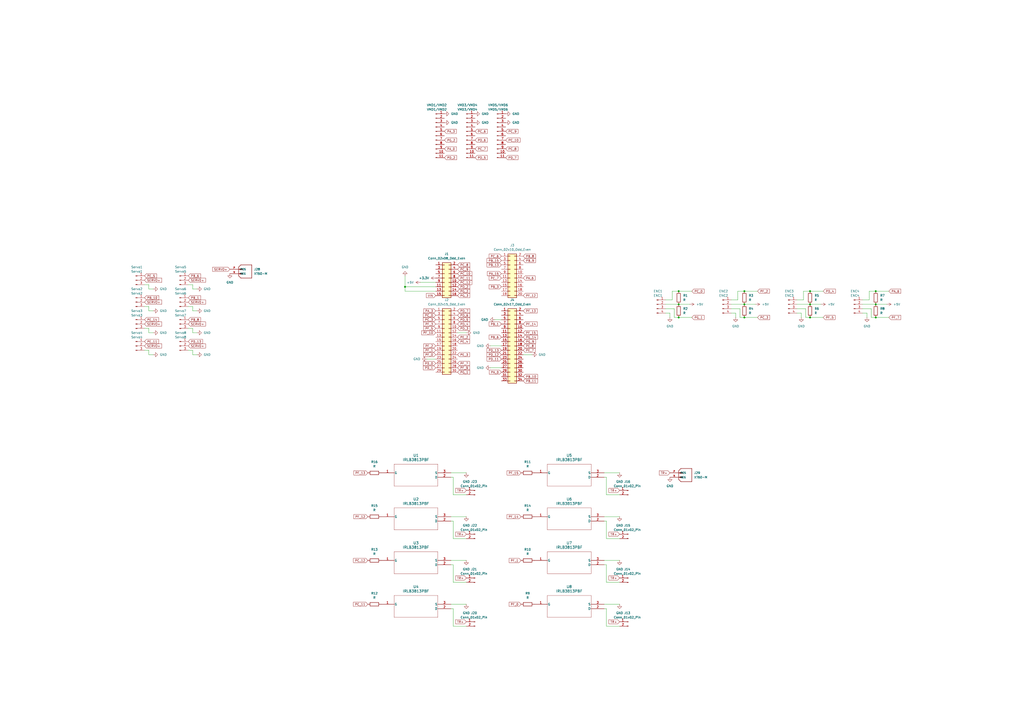
<source format=kicad_sch>
(kicad_sch (version 20250114) (generator "eeschema") (generator_version "9.0")
  (paper "A2")
  (junction (at 431.8 184.15))
  (junction (at 508 176.53))
  (junction (at 508 184.15))
  (junction (at 469.9 168.91))
  (junction (at 508 168.91))
  (junction (at 431.8 176.53))
  (junction (at 469.9 176.53))
  (junction (at 393.7 168.91))
  (junction (at 431.8 168.91))
  (junction (at 469.9 184.15))
  (junction (at 393.7 184.15))
  (junction (at 234.95 166.37))
  (junction (at 393.7 176.53))
  (wire (pts (xy 427.99 168.91) (xy 431.8 168.91)))
  (wire (pts (xy 111.76 190.5) (xy 111.76 193.04)))
  (wire (pts (xy 466.09 173.99) (xy 466.09 168.91)))
  (wire (pts (xy 83.82 190.5) (xy 86.36 190.5)))
  (wire (pts (xy 424.18 181.61) (xy 426.72 181.61)))
  (wire (pts (xy 351.79 302.26) (xy 351.79 312.42)))
  (wire (pts (xy 284.48 200.66) (xy 290.83 200.66)))
  (wire (pts (xy 389.89 168.91) (xy 393.7 168.91)))
  (wire (pts (xy 505.46 184.15) (xy 508 184.15)))
  (wire (pts (xy 243.84 163.83) (xy 252.73 163.83)))
  (wire (pts (xy 111.76 165.1) (xy 111.76 167.64)))
  (wire (pts (xy 350.52 302.26) (xy 351.79 302.26)))
  (wire (pts (xy 86.36 193.04) (xy 88.9 193.04)))
  (wire (pts (xy 86.36 203.2) (xy 86.36 205.74)))
  (wire (pts (xy 247.65 208.28) (xy 252.73 208.28)))
  (wire (pts (xy 424.18 179.07) (xy 429.26 179.07)))
  (wire (pts (xy 393.7 184.15) (xy 401.32 184.15)))
  (wire (pts (xy 262.89 327.66) (xy 262.89 337.82)))
  (wire (pts (xy 109.22 190.5) (xy 111.76 190.5)))
  (wire (pts (xy 429.26 184.15) (xy 431.8 184.15)))
  (wire (pts (xy 287.02 185.42) (xy 290.83 185.42)))
  (wire (pts (xy 386.08 176.53) (xy 393.7 176.53)))
  (wire (pts (xy 502.92 181.61) (xy 502.92 184.15)))
  (wire (pts (xy 351.79 287.02) (xy 359.41 287.02)))
  (wire (pts (xy 467.36 184.15) (xy 469.9 184.15)))
  (wire (pts (xy 391.16 179.07) (xy 391.16 184.15)))
  (wire (pts (xy 303.53 205.74) (xy 308.61 205.74)))
  (wire (pts (xy 351.79 353.06) (xy 351.79 363.22)))
  (wire (pts (xy 508 184.15) (xy 515.62 184.15)))
  (wire (pts (xy 389.89 173.99) (xy 389.89 168.91)))
  (wire (pts (xy 83.82 177.8) (xy 86.36 177.8)))
  (wire (pts (xy 109.22 203.2) (xy 111.76 203.2)))
  (wire (pts (xy 86.36 180.34) (xy 88.9 180.34)))
  (wire (pts (xy 83.82 165.1) (xy 86.36 165.1)))
  (wire (pts (xy 350.52 276.86) (xy 351.79 276.86)))
  (wire (pts (xy 261.62 350.52) (xy 270.51 350.52)))
  (wire (pts (xy 261.62 353.06) (xy 262.89 353.06)))
  (wire (pts (xy 83.82 203.2) (xy 86.36 203.2)))
  (wire (pts (xy 262.89 337.82) (xy 270.51 337.82)))
  (wire (pts (xy 350.52 299.72) (xy 359.41 299.72)))
  (wire (pts (xy 351.79 312.42) (xy 359.41 312.42)))
  (wire (pts (xy 350.52 274.32) (xy 359.41 274.32)))
  (wire (pts (xy 462.28 173.99) (xy 466.09 173.99)))
  (wire (pts (xy 386.08 173.99) (xy 389.89 173.99)))
  (wire (pts (xy 427.99 173.99) (xy 427.99 168.91)))
  (wire (pts (xy 252.73 168.91) (xy 234.95 168.91)))
  (wire (pts (xy 262.89 302.26) (xy 262.89 312.42)))
  (wire (pts (xy 111.76 180.34) (xy 114.3 180.34)))
  (wire (pts (xy 469.9 184.15) (xy 477.52 184.15)))
  (wire (pts (xy 284.48 213.36) (xy 290.83 213.36)))
  (wire (pts (xy 109.22 165.1) (xy 111.76 165.1)))
  (wire (pts (xy 504.19 168.91) (xy 508 168.91)))
  (wire (pts (xy 429.26 179.07) (xy 429.26 184.15)))
  (wire (pts (xy 424.18 176.53) (xy 431.8 176.53)))
  (wire (pts (xy 464.82 181.61) (xy 464.82 184.15)))
  (wire (pts (xy 500.38 173.99) (xy 504.19 173.99)))
  (wire (pts (xy 261.62 276.86) (xy 262.89 276.86)))
  (wire (pts (xy 469.9 176.53) (xy 476.25 176.53)))
  (wire (pts (xy 262.89 276.86) (xy 262.89 287.02)))
  (wire (pts (xy 111.76 167.64) (xy 114.3 167.64)))
  (wire (pts (xy 350.52 327.66) (xy 351.79 327.66)))
  (wire (pts (xy 111.76 205.74) (xy 114.3 205.74)))
  (wire (pts (xy 261.62 302.26) (xy 262.89 302.26)))
  (wire (pts (xy 351.79 327.66) (xy 351.79 337.82)))
  (wire (pts (xy 86.36 205.74) (xy 88.9 205.74)))
  (wire (pts (xy 351.79 276.86) (xy 351.79 287.02)))
  (wire (pts (xy 431.8 168.91) (xy 439.42 168.91)))
  (wire (pts (xy 261.62 325.12) (xy 270.51 325.12)))
  (wire (pts (xy 508 176.53) (xy 514.35 176.53)))
  (wire (pts (xy 426.72 181.61) (xy 426.72 184.15)))
  (wire (pts (xy 265.43 193.04) (xy 270.51 193.04)))
  (wire (pts (xy 86.36 190.5) (xy 86.36 193.04)))
  (wire (pts (xy 393.7 176.53) (xy 400.05 176.53)))
  (wire (pts (xy 467.36 179.07) (xy 467.36 184.15)))
  (wire (pts (xy 109.22 177.8) (xy 111.76 177.8)))
  (wire (pts (xy 462.28 179.07) (xy 467.36 179.07)))
  (wire (pts (xy 86.36 165.1) (xy 86.36 167.64)))
  (wire (pts (xy 462.28 176.53) (xy 469.9 176.53)))
  (wire (pts (xy 261.62 327.66) (xy 262.89 327.66)))
  (wire (pts (xy 86.36 177.8) (xy 86.36 180.34)))
  (wire (pts (xy 111.76 203.2) (xy 111.76 205.74)))
  (wire (pts (xy 388.62 181.61) (xy 388.62 184.15)))
  (wire (pts (xy 262.89 353.06) (xy 262.89 363.22)))
  (wire (pts (xy 508 168.91) (xy 515.62 168.91)))
  (wire (pts (xy 261.62 299.72) (xy 270.51 299.72)))
  (wire (pts (xy 431.8 184.15) (xy 439.42 184.15)))
  (wire (pts (xy 505.46 179.07) (xy 505.46 184.15)))
  (wire (pts (xy 462.28 181.61) (xy 464.82 181.61)))
  (wire (pts (xy 350.52 325.12) (xy 359.41 325.12)))
  (wire (pts (xy 431.8 176.53) (xy 438.15 176.53)))
  (wire (pts (xy 234.95 160.02) (xy 234.95 166.37)))
  (wire (pts (xy 262.89 312.42) (xy 270.51 312.42)))
  (wire (pts (xy 466.09 168.91) (xy 469.9 168.91)))
  (wire (pts (xy 350.52 353.06) (xy 351.79 353.06)))
  (wire (pts (xy 86.36 167.64) (xy 88.9 167.64)))
  (wire (pts (xy 500.38 179.07) (xy 505.46 179.07)))
  (wire (pts (xy 351.79 337.82) (xy 359.41 337.82)))
  (wire (pts (xy 386.08 181.61) (xy 388.62 181.61)))
  (wire (pts (xy 262.89 363.22) (xy 270.51 363.22)))
  (wire (pts (xy 504.19 173.99) (xy 504.19 168.91)))
  (wire (pts (xy 350.52 350.52) (xy 359.41 350.52)))
  (wire (pts (xy 111.76 193.04) (xy 114.3 193.04)))
  (wire (pts (xy 424.18 173.99) (xy 427.99 173.99)))
  (wire (pts (xy 386.08 179.07) (xy 391.16 179.07)))
  (wire (pts (xy 234.95 166.37) (xy 252.73 166.37)))
  (wire (pts (xy 261.62 274.32) (xy 270.51 274.32)))
  (wire (pts (xy 111.76 177.8) (xy 111.76 180.34)))
  (wire (pts (xy 262.89 287.02) (xy 270.51 287.02)))
  (wire (pts (xy 500.38 181.61) (xy 502.92 181.61)))
  (wire (pts (xy 351.79 363.22) (xy 359.41 363.22)))
  (wire (pts (xy 391.16 184.15) (xy 393.7 184.15)))
  (wire (pts (xy 500.38 176.53) (xy 508 176.53)))
  (wire (pts (xy 234.95 166.37) (xy 234.95 168.91)))
  (wire (pts (xy 393.7 168.91) (xy 401.32 168.91)))
  (wire (pts (xy 469.9 168.91) (xy 477.52 168.91)))
  (global_label "PB_15" (shape input) (at 290.83 151.13 180) (property "Intersheetrefs" "${INTERSHEET_REFS}" (effects (hide yes))))
  (global_label "PF_0" (shape input) (at 252.73 205.74 180) (property "Intersheetrefs" "${INTERSHEET_REFS}" (effects (hide yes))))
  (global_label "PC_10" (shape input) (at 265.43 158.75 0) (property "Intersheetrefs" "${INTERSHEET_REFS}" (effects (hide yes))))
  (global_label "PB_6" (shape input) (at 109.22 160.02 0) (property "Intersheetrefs" "${INTERSHEET_REFS}" (effects (hide yes))))
  (global_label "PD_6" (shape input) (at 275.59 81.28 0) (property "Intersheetrefs" "${INTERSHEET_REFS}" (effects (hide yes))))
  (global_label "PF_15" (shape input) (at 303.53 193.04 0) (property "Intersheetrefs" "${INTERSHEET_REFS}" (effects (hide yes))))
  (global_label "PC_7" (shape input) (at 290.83 161.29 180) (property "Intersheetrefs" "${INTERSHEET_REFS}" (effects (hide yes))))
  (global_label "PA_3" (shape input) (at 252.73 180.34 180) (property "Intersheetrefs" "${INTERSHEET_REFS}" (effects (hide yes))))
  (global_label "TR+" (shape input) (at 270.51 284.48 180) (property "Intersheetrefs" "${INTERSHEET_REFS}" (effects (hide yes))))
  (global_label "PE_14" (shape input) (at 83.82 185.42 0) (property "Intersheetrefs" "${INTERSHEET_REFS}" (effects (hide yes))))
  (global_label "SERVO+" (shape input) (at 109.22 162.56 0) (property "Intersheetrefs" "${INTERSHEET_REFS}" (effects (hide yes))))
  (global_label "TR+" (shape input) (at 359.41 309.88 180) (property "Intersheetrefs" "${INTERSHEET_REFS}" (effects (hide yes))))
  (global_label "SERVO+" (shape input) (at 83.82 175.26 0) (property "Intersheetrefs" "${INTERSHEET_REFS}" (effects (hide yes))))
  (global_label "PB_6" (shape input) (at 290.83 195.58 180) (property "Intersheetrefs" "${INTERSHEET_REFS}" (effects (hide yes))))
  (global_label "PB_1" (shape input) (at 109.22 172.72 0) (property "Intersheetrefs" "${INTERSHEET_REFS}" (effects (hide yes))))
  (global_label "PA_6" (shape input) (at 303.53 161.29 0) (property "Intersheetrefs" "${INTERSHEET_REFS}" (effects (hide yes))))
  (global_label "PD_1" (shape input) (at 252.73 213.36 180) (property "Intersheetrefs" "${INTERSHEET_REFS}" (effects (hide yes))))
  (global_label "PF_13" (shape input) (at 213.36 274.32 180) (property "Intersheetrefs" "${INTERSHEET_REFS}" (effects (hide yes))))
  (global_label "PC_9" (shape input) (at 293.37 76.2 0) (property "Intersheetrefs" "${INTERSHEET_REFS}" (effects (hide yes))))
  (global_label "PG_1" (shape input) (at 265.43 215.9 0) (property "Intersheetrefs" "${INTERSHEET_REFS}" (effects (hide yes))))
  (global_label "PG_2" (shape input) (at 257.81 81.28 0) (property "Intersheetrefs" "${INTERSHEET_REFS}" (effects (hide yes))))
  (global_label "PC_8" (shape input) (at 293.37 86.36 0) (property "Intersheetrefs" "${INTERSHEET_REFS}" (effects (hide yes))))
  (global_label "PE_8" (shape input) (at 303.53 200.66 0) (property "Intersheetrefs" "${INTERSHEET_REFS}" (effects (hide yes))))
  (global_label "PC_8" (shape input) (at 265.43 153.67 0) (property "Intersheetrefs" "${INTERSHEET_REFS}" (effects (hide yes))))
  (global_label "PF_12" (shape input) (at 303.53 171.45 0) (property "Intersheetrefs" "${INTERSHEET_REFS}" (effects (hide yes))))
  (global_label "PE_4" (shape input) (at 265.43 198.12 0) (property "Intersheetrefs" "${INTERSHEET_REFS}" (effects (hide yes))))
  (global_label "PB_1" (shape input) (at 290.83 187.96 180) (property "Intersheetrefs" "${INTERSHEET_REFS}" (effects (hide yes))))
  (global_label "VIN" (shape input) (at 252.73 171.45 180) (property "Intersheetrefs" "${INTERSHEET_REFS}" (effects (hide yes))))
  (global_label "PE_5" (shape input) (at 83.82 160.02 0) (property "Intersheetrefs" "${INTERSHEET_REFS}" (effects (hide yes))))
  (global_label "PF_14" (shape input) (at 303.53 187.96 0) (property "Intersheetrefs" "${INTERSHEET_REFS}" (effects (hide yes))))
  (global_label "PF_13" (shape input) (at 303.53 180.34 0) (property "Intersheetrefs" "${INTERSHEET_REFS}" (effects (hide yes))))
  (global_label "PF_1" (shape input) (at 302.26 325.12 180) (property "Intersheetrefs" "${INTERSHEET_REFS}" (effects (hide yes))))
  (global_label "PB_10" (shape input) (at 303.53 218.44 0) (property "Intersheetrefs" "${INTERSHEET_REFS}" (effects (hide yes))))
  (global_label "PD_11" (shape input) (at 290.83 208.28 180) (property "Intersheetrefs" "${INTERSHEET_REFS}" (effects (hide yes))))
  (global_label "PA_3" (shape input) (at 257.81 76.2 0) (property "Intersheetrefs" "${INTERSHEET_REFS}" (effects (hide yes))))
  (global_label "PC_12" (shape input) (at 213.36 325.12 180) (property "Intersheetrefs" "${INTERSHEET_REFS}" (effects (hide yes))))
  (global_label "PD_4" (shape input) (at 265.43 187.96 0) (property "Intersheetrefs" "${INTERSHEET_REFS}" (effects (hide yes))))
  (global_label "PF_7" (shape input) (at 515.62 184.15 0) (property "Intersheetrefs" "${INTERSHEET_REFS}" (effects (hide yes))))
  (global_label "TR+" (shape input) (at 270.51 360.68 180) (property "Intersheetrefs" "${INTERSHEET_REFS}" (effects (hide yes))))
  (global_label "PA_0" (shape input) (at 290.83 215.9 180) (property "Intersheetrefs" "${INTERSHEET_REFS}" (effects (hide yes))))
  (global_label "PF_1" (shape input) (at 252.73 203.2 180) (property "Intersheetrefs" "${INTERSHEET_REFS}" (effects (hide yes))))
  (global_label "SERVO+" (shape input) (at 83.82 162.56 0) (property "Intersheetrefs" "${INTERSHEET_REFS}" (effects (hide yes))))
  (global_label "SERVO+" (shape input) (at 83.82 200.66 0) (property "Intersheetrefs" "${INTERSHEET_REFS}" (effects (hide yes))))
  (global_label "PG_2" (shape input) (at 265.43 168.91 0) (property "Intersheetrefs" "${INTERSHEET_REFS}" (effects (hide yes))))
  (global_label "PC_6" (shape input) (at 290.83 148.59 180) (property "Intersheetrefs" "${INTERSHEET_REFS}" (effects (hide yes))))
  (global_label "PC_6" (shape input) (at 275.59 76.2 0) (property "Intersheetrefs" "${INTERSHEET_REFS}" (effects (hide yes))))
  (global_label "PF_5" (shape input) (at 252.73 190.5 180) (property "Intersheetrefs" "${INTERSHEET_REFS}" (effects (hide yes))))
  (global_label "TR+" (shape input) (at 359.41 335.28 180) (property "Intersheetrefs" "${INTERSHEET_REFS}" (effects (hide yes))))
  (global_label "PF_15" (shape input) (at 302.26 274.32 180) (property "Intersheetrefs" "${INTERSHEET_REFS}" (effects (hide yes))))
  (global_label "PA_15" (shape input) (at 290.83 158.75 180) (property "Intersheetrefs" "${INTERSHEET_REFS}" (effects (hide yes))))
  (global_label "PF_2" (shape input) (at 439.42 168.91 0) (property "Intersheetrefs" "${INTERSHEET_REFS}" (effects (hide yes))))
  (global_label "PD_2" (shape input) (at 257.81 91.44 0) (property "Intersheetrefs" "${INTERSHEET_REFS}" (effects (hide yes))))
  (global_label "PE_2" (shape input) (at 265.43 195.58 0) (property "Intersheetrefs" "${INTERSHEET_REFS}" (effects (hide yes))))
  (global_label "PF_10" (shape input) (at 252.73 193.04 180) (property "Intersheetrefs" "${INTERSHEET_REFS}" (effects (hide yes))))
  (global_label "PC_3" (shape input) (at 252.73 185.42 180) (property "Intersheetrefs" "${INTERSHEET_REFS}" (effects (hide yes))))
  (global_label "PG_1" (shape input) (at 401.32 184.15 0) (property "Intersheetrefs" "${INTERSHEET_REFS}" (effects (hide yes))))
  (global_label "PE_11" (shape input) (at 83.82 198.12 0) (property "Intersheetrefs" "${INTERSHEET_REFS}" (effects (hide yes))))
  (global_label "PG_14" (shape input) (at 303.53 195.58 0) (property "Intersheetrefs" "${INTERSHEET_REFS}" (effects (hide yes))))
  (global_label "TR+" (shape input) (at 270.51 309.88 180) (property "Intersheetrefs" "${INTERSHEET_REFS}" (effects (hide yes))))
  (global_label "PC_3" (shape input) (at 439.42 184.15 0) (property "Intersheetrefs" "${INTERSHEET_REFS}" (effects (hide yes))))
  (global_label "SERVO+" (shape input) (at 133.35 156.21 180) (property "Intersheetrefs" "${INTERSHEET_REFS}" (effects (hide yes))))
  (global_label "PC_12" (shape input) (at 265.43 163.83 0) (property "Intersheetrefs" "${INTERSHEET_REFS}" (effects (hide yes))))
  (global_label "PB_8" (shape input) (at 109.22 185.42 0) (property "Intersheetrefs" "${INTERSHEET_REFS}" (effects (hide yes))))
  (global_label "PF_12" (shape input) (at 213.36 299.72 180) (property "Intersheetrefs" "${INTERSHEET_REFS}" (effects (hide yes))))
  (global_label "PD_12" (shape input) (at 290.83 205.74 180) (property "Intersheetrefs" "${INTERSHEET_REFS}" (effects (hide yes))))
  (global_label "SERVO+" (shape input) (at 109.22 175.26 0) (property "Intersheetrefs" "${INTERSHEET_REFS}" (effects (hide yes))))
  (global_label "PA_6" (shape input) (at 515.62 168.91 0) (property "Intersheetrefs" "${INTERSHEET_REFS}" (effects (hide yes))))
  (global_label "TR+" (shape input) (at 270.51 335.28 180) (property "Intersheetrefs" "${INTERSHEET_REFS}" (effects (hide yes))))
  (global_label "PD_5" (shape input) (at 265.43 185.42 0) (property "Intersheetrefs" "${INTERSHEET_REFS}" (effects (hide yes))))
  (global_label "PF_5" (shape input) (at 477.52 184.15 0) (property "Intersheetrefs" "${INTERSHEET_REFS}" (effects (hide yes))))
  (global_label "PD_7" (shape input) (at 293.37 91.44 0) (property "Intersheetrefs" "${INTERSHEET_REFS}" (effects (hide yes))))
  (global_label "PD_7" (shape input) (at 265.43 180.34 0) (property "Intersheetrefs" "${INTERSHEET_REFS}" (effects (hide yes))))
  (global_label "PB_13" (shape input) (at 290.83 153.67 180) (property "Intersheetrefs" "${INTERSHEET_REFS}" (effects (hide yes))))
  (global_label "PB_3" (shape input) (at 290.83 166.37 180) (property "Intersheetrefs" "${INTERSHEET_REFS}" (effects (hide yes))))
  (global_label "TR+" (shape input) (at 388.62 274.32 180) (property "Intersheetrefs" "${INTERSHEET_REFS}" (effects (hide yes))))
  (global_label "PC_9" (shape input) (at 265.43 156.21 0) (property "Intersheetrefs" "${INTERSHEET_REFS}" (effects (hide yes))))
  (global_label "PB_11" (shape input) (at 303.53 220.98 0) (property "Intersheetrefs" "${INTERSHEET_REFS}" (effects (hide yes))))
  (global_label "PD_13" (shape input) (at 109.22 198.12 0) (property "Intersheetrefs" "${INTERSHEET_REFS}" (effects (hide yes))))
  (global_label "PF_9" (shape input) (at 265.43 213.36 0) (property "Intersheetrefs" "${INTERSHEET_REFS}" (effects (hide yes))))
  (global_label "PD_2" (shape input) (at 265.43 166.37 0) (property "Intersheetrefs" "${INTERSHEET_REFS}" (effects (hide yes))))
  (global_label "PF_0" (shape input) (at 302.26 350.52 180) (property "Intersheetrefs" "${INTERSHEET_REFS}" (effects (hide yes))))
  (global_label "PF_7" (shape input) (at 265.43 210.82 0) (property "Intersheetrefs" "${INTERSHEET_REFS}" (effects (hide yes))))
  (global_label "PC_0" (shape input) (at 252.73 182.88 180) (property "Intersheetrefs" "${INTERSHEET_REFS}" (effects (hide yes))))
  (global_label "PF_2" (shape input) (at 252.73 200.66 180) (property "Intersheetrefs" "${INTERSHEET_REFS}" (effects (hide yes))))
  (global_label "PE_7" (shape input) (at 303.53 203.2 0) (property "Intersheetrefs" "${INTERSHEET_REFS}" (effects (hide yes))))
  (global_label "PD_5" (shape input) (at 275.59 91.44 0) (property "Intersheetrefs" "${INTERSHEET_REFS}" (effects (hide yes))))
  (global_label "SERVO+" (shape input) (at 109.22 200.66 0) (property "Intersheetrefs" "${INTERSHEET_REFS}" (effects (hide yes))))
  (global_label "SERVO+" (shape input) (at 109.22 187.96 0) (property "Intersheetrefs" "${INTERSHEET_REFS}" (effects (hide yes))))
  (global_label "PG_3" (shape input) (at 265.43 171.45 0) (property "Intersheetrefs" "${INTERSHEET_REFS}" (effects (hide yes))))
  (global_label "PA_0" (shape input) (at 257.81 86.36 0) (property "Intersheetrefs" "${INTERSHEET_REFS}" (effects (hide yes))))
  (global_label "PD_3" (shape input) (at 265.43 190.5 0) (property "Intersheetrefs" "${INTERSHEET_REFS}" (effects (hide yes))))
  (global_label "TR+" (shape input) (at 359.41 284.48 180) (property "Intersheetrefs" "${INTERSHEET_REFS}" (effects (hide yes))))
  (global_label "PC_0" (shape input) (at 401.32 168.91 0) (property "Intersheetrefs" "${INTERSHEET_REFS}" (effects (hide yes))))
  (global_label "PC_7" (shape input) (at 275.59 86.36 0) (property "Intersheetrefs" "${INTERSHEET_REFS}" (effects (hide yes))))
  (global_label "PB_9" (shape input) (at 303.53 151.13 0) (property "Intersheetrefs" "${INTERSHEET_REFS}" (effects (hide yes))))
  (global_label "TR+" (shape input) (at 359.41 360.68 180) (property "Intersheetrefs" "${INTERSHEET_REFS}" (effects (hide yes))))
  (global_label "PD_13" (shape input) (at 290.83 203.2 180) (property "Intersheetrefs" "${INTERSHEET_REFS}" (effects (hide yes))))
  (global_label "PB_8" (shape input) (at 303.53 148.59 0) (property "Intersheetrefs" "${INTERSHEET_REFS}" (effects (hide yes))))
  (global_label "PD_0" (shape input) (at 252.73 210.82 180) (property "Intersheetrefs" "${INTERSHEET_REFS}" (effects (hide yes))))
  (global_label "PD_4" (shape input) (at 477.52 168.91 0) (property "Intersheetrefs" "${INTERSHEET_REFS}" (effects (hide yes))))
  (global_label "PC_11" (shape input) (at 265.43 161.29 0) (property "Intersheetrefs" "${INTERSHEET_REFS}" (effects (hide yes))))
  (global_label "PC_11" (shape input) (at 213.36 350.52 180) (property "Intersheetrefs" "${INTERSHEET_REFS}" (effects (hide yes))))
  (global_label "PE_3" (shape input) (at 265.43 205.74 0) (property "Intersheetrefs" "${INTERSHEET_REFS}" (effects (hide yes))))
  (global_label "PF_3" (shape input) (at 252.73 187.96 180) (property "Intersheetrefs" "${INTERSHEET_REFS}" (effects (hide yes))))
  (global_label "PC_10" (shape input) (at 293.37 81.28 0) (property "Intersheetrefs" "${INTERSHEET_REFS}" (effects (hide yes))))
  (global_label "PG_9" (shape input) (at 303.53 198.12 0) (property "Intersheetrefs" "${INTERSHEET_REFS}" (effects (hide yes))))
  (global_label "PB_10" (shape input) (at 83.82 172.72 0) (property "Intersheetrefs" "${INTERSHEET_REFS}" (effects (hide yes))))
  (global_label "PD_6" (shape input) (at 265.43 182.88 0) (property "Intersheetrefs" "${INTERSHEET_REFS}" (effects (hide yes))))
  (global_label "SERVO+" (shape input) (at 83.82 187.96 0) (property "Intersheetrefs" "${INTERSHEET_REFS}" (effects (hide yes))))
  (global_label "PF_14" (shape input) (at 302.26 299.72 180) (property "Intersheetrefs" "${INTERSHEET_REFS}" (effects (hide yes))))
  (symbol (lib_id "power:GND") (at 88.9 167.64 90) (unit 1)
    (property "Reference" "#PWR031" (effects (hide yes)))
    (property "Value" "GND" (at 92.71 167.6399 90) (effects (justify right)))
    (property "Description" "Power symbol creates a global label with name \"GND\" , ground" (effects (hide yes)))
  )
  (symbol (lib_id "power:GND") (at 275.59 71.12 90) (unit 1)
    (property "Reference" "#PWR013" (effects (hide yes)))
    (property "Value" "GND" (at 279.4 71.1199 90) (effects (justify right)))
    (property "Description" "Power symbol creates a global label with name \"GND\" , ground" (effects (hide yes)))
  )
  (symbol (lib_id "Connector:Conn_01x04_Pin") (at 495.3 176.53 0) (unit 1)
    (property "Reference" "ENC4" (at 495.935 168.91 0))
    (property "Value" "ENC4" (at 495.935 171.45 0))
    (property "Footprint" "Connector_PinHeader_2.54mm:PinHeader_1x04_P2.54mm_Vertical" (effects (hide yes)))
    (property "Description" "Generic connector, single row, 01x04, script generated" (effects (hide yes)))
  )
  (symbol (lib_id "power:GND") (at 114.3 180.34 90) (unit 1)
    (property "Reference" "#PWR024" (effects (hide yes)))
    (property "Value" "GND" (at 118.11 180.3399 90) (effects (justify right)))
    (property "Description" "Power symbol creates a global label with name \"GND\" , ground" (effects (hide yes)))
  )
  (symbol (lib_id "power:GND") (at 270.51 193.04 90) (unit 1)
    (property "Reference" "#PWR04" (effects (hide yes)))
    (property "Value" "GND" (at 274.32 193.0399 90) (effects (justify right)))
    (property "Description" "Power symbol creates a global label with name \"GND\" , ground" (effects (hide yes)))
  )
  (symbol (lib_id "power:GND") (at 133.35 158.75 0) (unit 1)
    (property "Reference" "#PWR040" (effects (hide yes)))
    (property "Value" "GND" (at 133.35 163.83 0))
    (property "Description" "Power symbol creates a global label with name \"GND\" , ground" (effects (hide yes)))
  )
  (symbol (lib_id "power:GND") (at 284.48 213.36 270) (unit 1)
    (property "Reference" "#PWR09" (effects (hide yes)))
    (property "Value" "GND" (at 280.67 213.3599 90) (effects (justify right)))
    (property "Description" "Power symbol creates a global label with name \"GND\" , ground" (effects (hide yes)))
  )
  (symbol (lib_id "Connector:Conn_01x02_Pin") (at 275.59 335.28 0) (mirror y) (unit 1)
    (property "Reference" "J21" (at 274.955 330.2 0))
    (property "Value" "Conn_01x02_Pin" (at 274.955 332.74 0))
    (property "Footprint" "Connector_PinHeader_2.54mm:PinHeader_1x02_P2.54mm_Vertical" (effects (hide yes)))
    (property "Description" "Generic connector, single row, 01x02, script generated" (effects (hide yes)))
  )
  (symbol (lib_id "Device:R") (at 306.07 325.12 270) (unit 1)
    (property "Reference" "R10" (at 306.07 318.77 90))
    (property "Value" "R" (at 306.07 321.31 90))
    (property "Footprint" "Resistor_THT:R_Axial_DIN0207_L6.3mm_D2.5mm_P10.16mm_Horizontal" (effects (hide yes)))
    (property "Description" "Resistor" (effects (hide yes)))
  )
  (symbol (lib_id "Connector:Conn_01x11_Pin") (at 288.29 78.74 0) (unit 1)
    (property "Reference" "VMD5/VMD6" (at 288.925 60.96 0))
    (property "Value" "VMD5/VMD6" (at 288.925 63.5 0))
    (property "Footprint" "Connector_PinHeader_2.54mm:PinHeader_1x11_P2.54mm_Vertical" (effects (hide yes)))
    (property "Description" "Generic connector, single row, 01x11, script generated" (effects (hide yes)))
  )
  (symbol (lib_id "power:GND") (at 257.81 71.12 90) (unit 1)
    (property "Reference" "#PWR011" (effects (hide yes)))
    (property "Value" "GND" (at 261.62 71.1199 90) (effects (justify right)))
    (property "Description" "Power symbol creates a global label with name \"GND\" , ground" (effects (hide yes)))
  )
  (symbol (lib_id "power:GND") (at 293.37 71.12 90) (unit 1)
    (property "Reference" "#PWR015" (effects (hide yes)))
    (property "Value" "GND" (at 297.18 71.1199 90) (effects (justify right)))
    (property "Description" "Power symbol creates a global label with name \"GND\" , ground" (effects (hide yes)))
  )
  (symbol (lib_id "power:GND") (at 270.51 274.32 0) (unit 1)
    (property "Reference" "#PWR039" (effects (hide yes)))
    (property "Value" "GND" (at 270.51 279.4 0))
    (property "Description" "Power symbol creates a global label with name \"GND\" , ground" (effects (hide yes)))
  )
  (symbol (lib_id "power:GND") (at 388.62 276.86 0) (unit 1)
    (property "Reference" "#PWR041" (effects (hide yes)))
    (property "Value" "GND" (at 388.62 281.94 0))
    (property "Description" "Power symbol creates a global label with name \"GND\" , ground" (effects (hide yes)))
  )
  (symbol (lib_id "2025-03-07_17-55-51:IRLB3813PBF") (at 309.88 274.32 0) (unit 1)
    (property "Reference" "U5" (at 330.2 264.16 0) (effects (font (size 1.524 1.524))))
    (property "Value" "IRLB3813PBF" (at 330.2 266.7 0) (effects (font (size 1.524 1.524))))
    (property "Footprint" "footprints:PG-TO220-3_INF" (effects (hide yes)))
    (property "Datasheet" "IRLB3813PBF" (effects (hide yes)))
  )
  (symbol (lib_id "Connector:Conn_01x02_Pin") (at 275.59 309.88 0) (mirror y) (unit 1)
    (property "Reference" "J22" (at 274.955 304.8 0))
    (property "Value" "Conn_01x02_Pin" (at 274.955 307.34 0))
    (property "Footprint" "Connector_PinHeader_2.54mm:PinHeader_1x02_P2.54mm_Vertical" (effects (hide yes)))
    (property "Description" "Generic connector, single row, 01x02, script generated" (effects (hide yes)))
  )
  (symbol (lib_id "power:GND") (at 114.3 205.74 90) (unit 1)
    (property "Reference" "#PWR026" (effects (hide yes)))
    (property "Value" "GND" (at 118.11 205.7399 90) (effects (justify right)))
    (property "Description" "Power symbol creates a global label with name \"GND\" , ground" (effects (hide yes)))
  )
  (symbol (lib_id "Device:R") (at 306.07 274.32 90) (unit 1)
    (property "Reference" "R11" (at 306.07 267.97 90))
    (property "Value" "R" (at 306.07 270.51 90))
    (property "Footprint" "Resistor_THT:R_Axial_DIN0207_L6.3mm_D2.5mm_P10.16mm_Horizontal" (effects (hide yes)))
    (property "Description" "Resistor" (effects (hide yes)))
  )
  (symbol (lib_id "Connector:Conn_01x02_Pin") (at 364.49 360.68 0) (mirror y) (unit 1)
    (property "Reference" "J13" (at 363.855 355.6 0))
    (property "Value" "Conn_01x02_Pin" (at 363.855 358.14 0))
    (property "Footprint" "Connector_PinHeader_2.54mm:PinHeader_1x02_P2.54mm_Vertical" (effects (hide yes)))
    (property "Description" "Generic connector, single row, 01x02, script generated" (effects (hide yes)))
  )
  (symbol (lib_id "Device:R") (at 393.7 172.72 0) (unit 1)
    (property "Reference" "R1" (at 396.24 171.4499 0) (effects (justify left)))
    (property "Value" "R" (at 396.24 173.9899 0) (effects (justify left)))
    (property "Footprint" "Resistor_THT:R_Axial_DIN0207_L6.3mm_D2.5mm_P10.16mm_Horizontal" (effects (hide yes)))
    (property "Description" "Resistor" (effects (hide yes)))
  )
  (symbol (lib_id "Device:R") (at 217.17 299.72 90) (unit 1)
    (property "Reference" "R15" (at 217.17 293.37 90))
    (property "Value" "R" (at 217.17 295.91 90))
    (property "Footprint" "Resistor_THT:R_Axial_DIN0207_L6.3mm_D2.5mm_P10.16mm_Horizontal" (effects (hide yes)))
    (property "Description" "Resistor" (effects (hide yes)))
  )
  (symbol (lib_id "2025-03-07_17-55-51:IRLB3813PBF") (at 220.98 350.52 0) (unit 1)
    (property "Reference" "U4" (at 241.3 340.36 0) (effects (font (size 1.524 1.524))))
    (property "Value" "IRLB3813PBF" (at 241.3 342.9 0) (effects (font (size 1.524 1.524))))
    (property "Footprint" "footprints:PG-TO220-3_INF" (effects (hide yes)))
    (property "Datasheet" "IRLB3813PBF" (effects (hide yes)))
  )
  (symbol (lib_id "power:GND") (at 88.9 193.04 90) (unit 1)
    (property "Reference" "#PWR029" (effects (hide yes)))
    (property "Value" "GND" (at 92.71 193.0399 90) (effects (justify right)))
    (property "Description" "Power symbol creates a global label with name \"GND\" , ground" (effects (hide yes)))
  )
  (symbol (lib_id "power:GND") (at 426.72 184.15 0) (unit 1)
    (property "Reference" "#PWR021" (effects (hide yes)))
    (property "Value" "GND" (at 426.72 189.23 0))
    (property "Description" "Power symbol creates a global label with name \"GND\" , ground" (effects (hide yes)))
  )
  (symbol (lib_id "power:+5V") (at 514.35 176.53 270) (unit 1)
    (property "Reference" "#PWR020" (effects (hide yes)))
    (property "Value" "+5V" (at 518.16 176.5299 90) (effects (justify left)))
    (property "Description" "Power symbol creates a global label with name \"+5V\"" (effects (hide yes)))
  )
  (symbol (lib_id "power:GND") (at 359.41 350.52 0) (unit 1)
    (property "Reference" "#PWR032" (effects (hide yes)))
    (property "Value" "GND" (at 359.41 355.6 0))
    (property "Description" "Power symbol creates a global label with name \"GND\" , ground" (effects (hide yes)))
  )
  (symbol (lib_id "Connector:Conn_01x03_Pin") (at 104.14 175.26 0) (unit 1)
    (property "Reference" "Servo6" (at 104.775 167.64 0))
    (property "Value" "Servo6" (at 104.775 170.18 0))
    (property "Footprint" "Connector_PinHeader_2.54mm:PinHeader_1x03_P2.54mm_Vertical" (effects (hide yes)))
    (property "Description" "Generic connector, single row, 01x03, script generated" (effects (hide yes)))
  )
  (symbol (lib_id "Connector_Generic:Conn_02x15_Odd_Even") (at 257.81 198.12 0) (unit 1)
    (property "Reference" "J2" (at 259.08 173.99 0))
    (property "Value" "Conn_02x15_Odd_Even" (at 259.08 176.53 0))
    (property "Footprint" "Connector_PinHeader_2.54mm:PinHeader_2x15_P2.54mm_Vertical" (effects (hide yes)))
    (property "Description" "Generic connector, double row, 02x15, odd/even pin numbering scheme (row 1 odd numbers, row 2 even numbers), script generated (kicad-library-utils/schlib/autogen/connector/)" (effects (hide yes)))
  )
  (symbol (lib_id "Connector:Conn_01x04_Pin") (at 381 176.53 0) (unit 1)
    (property "Reference" "ENC1" (at 381.635 168.91 0))
    (property "Value" "ENC1" (at 381.635 171.45 0))
    (property "Footprint" "Connector_PinHeader_2.54mm:PinHeader_1x04_P2.54mm_Vertical" (effects (hide yes)))
    (property "Description" "Generic connector, single row, 01x04, script generated" (effects (hide yes)))
  )
  (symbol (lib_id "power:GND") (at 270.51 299.72 0) (unit 1)
    (property "Reference" "#PWR037" (effects (hide yes)))
    (property "Value" "GND" (at 270.51 304.8 0))
    (property "Description" "Power symbol creates a global label with name \"GND\" , ground" (effects (hide yes)))
  )
  (symbol (lib_id "2025-03-07_17-55-51:IRLB3813PBF") (at 309.88 299.72 0) (unit 1)
    (property "Reference" "U6" (at 330.2 289.56 0) (effects (font (size 1.524 1.524))))
    (property "Value" "IRLB3813PBF" (at 330.2 292.1 0) (effects (font (size 1.524 1.524))))
    (property "Footprint" "footprints:PG-TO220-3_INF" (effects (hide yes)))
    (property "Datasheet" "IRLB3813PBF" (effects (hide yes)))
  )
  (symbol (lib_id "Device:R") (at 217.17 325.12 90) (unit 1)
    (property "Reference" "R13" (at 217.17 318.77 90))
    (property "Value" "R" (at 217.17 321.31 90))
    (property "Footprint" "Resistor_THT:R_Axial_DIN0207_L6.3mm_D2.5mm_P10.16mm_Horizontal" (effects (hide yes)))
    (property "Description" "Resistor" (effects (hide yes)))
  )
  (symbol (lib_id "power:GND") (at 359.41 325.12 0) (unit 1)
    (property "Reference" "#PWR034" (effects (hide yes)))
    (property "Value" "GND" (at 359.41 330.2 0))
    (property "Description" "Power symbol creates a global label with name \"GND\" , ground" (effects (hide yes)))
  )
  (symbol (lib_id "Device:R") (at 217.17 350.52 90) (unit 1)
    (property "Reference" "R12" (at 217.17 344.17 90))
    (property "Value" "R" (at 217.17 346.71 90))
    (property "Footprint" "Resistor_THT:R_Axial_DIN0207_L6.3mm_D2.5mm_P10.16mm_Horizontal" (effects (hide yes)))
    (property "Description" "Resistor" (effects (hide yes)))
  )
  (symbol (lib_id "2025-03-07_17-55-51:IRLB3813PBF") (at 220.98 325.12 0) (unit 1)
    (property "Reference" "U3" (at 241.3 314.96 0) (effects (font (size 1.524 1.524))))
    (property "Value" "IRLB3813PBF" (at 241.3 317.5 0) (effects (font (size 1.524 1.524))))
    (property "Footprint" "footprints:PG-TO220-3_INF" (effects (hide yes)))
    (property "Datasheet" "IRLB3813PBF" (effects (hide yes)))
  )
  (symbol (lib_id "power:+5V") (at 243.84 163.83 90) (unit 1)
    (property "Reference" "#PWR02" (effects (hide yes)))
    (property "Value" "+5V" (at 240.03 163.8299 90) (effects (justify left)))
    (property "Description" "Power symbol creates a global label with name \"+5V\"" (effects (hide yes)))
  )
  (symbol (lib_id "2025-03-07_17-55-51:IRLB3813PBF") (at 220.98 274.32 0) (unit 1)
    (property "Reference" "U1" (at 241.3 264.16 0) (effects (font (size 1.524 1.524))))
    (property "Value" "IRLB3813PBF" (at 241.3 266.7 0) (effects (font (size 1.524 1.524))))
    (property "Footprint" "footprints:PG-TO220-3_INF" (effects (hide yes)))
    (property "Datasheet" "IRLB3813PBF" (effects (hide yes)))
  )
  (symbol (lib_id "Connector:Conn_01x04_Pin") (at 457.2 176.53 0) (unit 1)
    (property "Reference" "ENC3" (at 457.835 168.91 0))
    (property "Value" "ENC3" (at 457.835 171.45 0))
    (property "Footprint" "Connector_PinHeader_2.54mm:PinHeader_1x04_P2.54mm_Vertical" (effects (hide yes)))
    (property "Description" "Generic connector, single row, 01x04, script generated" (effects (hide yes)))
  )
  (symbol (lib_id "Device:R") (at 393.7 180.34 0) (unit 1)
    (property "Reference" "R2" (at 396.24 179.0699 0) (effects (justify left)))
    (property "Value" "R" (at 396.24 181.6099 0) (effects (justify left)))
    (property "Footprint" "Resistor_THT:R_Axial_DIN0207_L6.3mm_D2.5mm_P10.16mm_Horizontal" (effects (hide yes)))
    (property "Description" "Resistor" (effects (hide yes)))
  )
  (symbol (lib_id "power:GND") (at 502.92 184.15 0) (unit 1)
    (property "Reference" "#PWR023" (effects (hide yes)))
    (property "Value" "GND" (at 502.92 189.23 0))
    (property "Description" "Power symbol creates a global label with name \"GND\" , ground" (effects (hide yes)))
  )
  (symbol (lib_id "Connector:Conn_01x11_Pin") (at 252.73 78.74 0) (unit 1)
    (property "Reference" "VMD1/VMD2" (at 253.365 60.96 0))
    (property "Value" "VMD1/VMD2" (at 253.365 63.5 0))
    (property "Footprint" "Connector_PinHeader_2.54mm:PinHeader_1x11_P2.54mm_Vertical" (effects (hide yes)))
    (property "Description" "Generic connector, single row, 01x11, script generated" (effects (hide yes)))
  )
  (symbol (lib_id "power:GND") (at 247.65 208.28 270) (unit 1)
    (property "Reference" "#PWR05" (effects (hide yes)))
    (property "Value" "GND" (at 243.84 208.2799 90) (effects (justify right)))
    (property "Description" "Power symbol creates a global label with name \"GND\" , ground" (effects (hide yes)))
  )
  (symbol (lib_id "Connector:Conn_01x03_Pin") (at 78.74 162.56 0) (unit 1)
    (property "Reference" "Servo1" (at 79.375 154.94 0))
    (property "Value" "Servo1" (at 79.375 157.48 0))
    (property "Footprint" "Connector_PinHeader_2.54mm:PinHeader_1x03_P2.54mm_Vertical" (effects (hide yes)))
    (property "Description" "Generic connector, single row, 01x03, script generated" (effects (hide yes)))
  )
  (symbol (lib_id "power:GND") (at 88.9 205.74 90) (unit 1)
    (property "Reference" "#PWR028" (effects (hide yes)))
    (property "Value" "GND" (at 92.71 205.7399 90) (effects (justify right)))
    (property "Description" "Power symbol creates a global label with name \"GND\" , ground" (effects (hide yes)))
  )
  (symbol (lib_id "Device:R") (at 508 180.34 0) (unit 1)
    (property "Reference" "R8" (at 510.54 179.0699 0) (effects (justify left)))
    (property "Value" "R" (at 510.54 181.6099 0) (effects (justify left)))
    (property "Footprint" "Resistor_THT:R_Axial_DIN0207_L6.3mm_D2.5mm_P10.16mm_Horizontal" (effects (hide yes)))
    (property "Description" "Resistor" (effects (hide yes)))
  )
  (symbol (lib_id "power:GND") (at 114.3 193.04 90) (unit 1)
    (property "Reference" "#PWR027" (effects (hide yes)))
    (property "Value" "GND" (at 118.11 193.0399 90) (effects (justify right)))
    (property "Description" "Power symbol creates a global label with name \"GND\" , ground" (effects (hide yes)))
  )
  (symbol (lib_id "power:+5V") (at 476.25 176.53 270) (unit 1)
    (property "Reference" "#PWR018" (effects (hide yes)))
    (property "Value" "+5V" (at 480.06 176.5299 90) (effects (justify left)))
    (property "Description" "Power symbol creates a global label with name \"+5V\"" (effects (hide yes)))
  )
  (symbol (lib_id "Connector:Conn_01x03_Pin") (at 104.14 187.96 0) (unit 1)
    (property "Reference" "Servo7" (at 104.775 180.34 0))
    (property "Value" "Servo7" (at 104.775 182.88 0))
    (property "Footprint" "Connector_PinHeader_2.54mm:PinHeader_1x03_P2.54mm_Vertical" (effects (hide yes)))
    (property "Description" "Generic connector, single row, 01x03, script generated" (effects (hide yes)))
  )
  (symbol (lib_id "power:GND") (at 287.02 185.42 270) (unit 1)
    (property "Reference" "#PWR07" (effects (hide yes)))
    (property "Value" "GND" (at 283.21 185.4199 90) (effects (justify right)))
    (property "Description" "Power symbol creates a global label with name \"GND\" , ground" (effects (hide yes)))
  )
  (symbol (lib_id "Device:R") (at 217.17 274.32 90) (unit 1)
    (property "Reference" "R16" (at 217.17 267.97 90))
    (property "Value" "R" (at 217.17 270.51 90))
    (property "Footprint" "Resistor_THT:R_Axial_DIN0207_L6.3mm_D2.5mm_P10.16mm_Horizontal" (effects (hide yes)))
    (property "Description" "Resistor" (effects (hide yes)))
  )
  (symbol (lib_id "power:GND") (at 114.3 167.64 90) (unit 1)
    (property "Reference" "#PWR025" (effects (hide yes)))
    (property "Value" "GND" (at 118.11 167.6399 90) (effects (justify right)))
    (property "Description" "Power symbol creates a global label with name \"GND\" , ground" (effects (hide yes)))
  )
  (symbol (lib_id "Connector:Conn_01x02_Pin") (at 275.59 284.48 0) (mirror y) (unit 1)
    (property "Reference" "J23" (at 274.955 279.4 0))
    (property "Value" "Conn_01x02_Pin" (at 274.955 281.94 0))
    (property "Footprint" "Connector_PinHeader_2.54mm:PinHeader_1x02_P2.54mm_Vertical" (effects (hide yes)))
    (property "Description" "Generic connector, single row, 01x02, script generated" (effects (hide yes)))
  )
  (symbol (lib_id "power:GND") (at 234.95 160.02 180) (unit 1)
    (property "Reference" "#PWR03" (effects (hide yes)))
    (property "Value" "GND" (at 234.95 154.94 0))
    (property "Description" "Power symbol creates a global label with name \"GND\" , ground" (effects (hide yes)))
  )
  (symbol (lib_id "Connector:Conn_01x03_Pin") (at 78.74 175.26 0) (unit 1)
    (property "Reference" "Servo2" (at 79.375 167.64 0))
    (property "Value" "Servo2" (at 79.375 170.18 0))
    (property "Footprint" "Connector_PinHeader_2.54mm:PinHeader_1x03_P2.54mm_Vertical" (effects (hide yes)))
    (property "Description" "Generic connector, single row, 01x03, script generated" (effects (hide yes)))
  )
  (symbol (lib_id "Connector:Conn_01x03_Pin") (at 78.74 200.66 0) (unit 1)
    (property "Reference" "Servo4" (at 79.375 193.04 0))
    (property "Value" "Servo4" (at 79.375 195.58 0))
    (property "Footprint" "Connector_PinHeader_2.54mm:PinHeader_1x03_P2.54mm_Vertical" (effects (hide yes)))
    (property "Description" "Generic connector, single row, 01x03, script generated" (effects (hide yes)))
  )
  (symbol (lib_id "power:GND") (at 293.37 66.04 90) (unit 1)
    (property "Reference" "#PWR014" (effects (hide yes)))
    (property "Value" "GND" (at 297.18 66.0399 90) (effects (justify right)))
    (property "Description" "Power symbol creates a global label with name \"GND\" , ground" (effects (hide yes)))
  )
  (symbol (lib_id "power:GND") (at 359.41 274.32 0) (unit 1)
    (property "Reference" "#PWR035" (effects (hide yes)))
    (property "Value" "GND" (at 359.41 279.4 0))
    (property "Description" "Power symbol creates a global label with name \"GND\" , ground" (effects (hide yes)))
  )
  (symbol (lib_id "power:GND") (at 464.82 184.15 0) (unit 1)
    (property "Reference" "#PWR022" (effects (hide yes)))
    (property "Value" "GND" (at 464.82 189.23 0))
    (property "Description" "Power symbol creates a global label with name \"GND\" , ground" (effects (hide yes)))
  )
  (symbol (lib_id "Device:R") (at 306.07 350.52 90) (unit 1)
    (property "Reference" "R9" (at 306.07 344.17 90))
    (property "Value" "R" (at 306.07 346.71 90))
    (property "Footprint" "Resistor_THT:R_Axial_DIN0207_L6.3mm_D2.5mm_P10.16mm_Horizontal" (effects (hide yes)))
    (property "Description" "Resistor" (effects (hide yes)))
  )
  (symbol (lib_id "Connector:Conn_01x02_Pin") (at 364.49 335.28 0) (mirror y) (unit 1)
    (property "Reference" "J14" (at 363.855 330.2 0))
    (property "Value" "Conn_01x02_Pin" (at 363.855 332.74 0))
    (property "Footprint" "Connector_PinHeader_2.54mm:PinHeader_1x02_P2.54mm_Vertical" (effects (hide yes)))
    (property "Description" "Generic connector, single row, 01x02, script generated" (effects (hide yes)))
  )
  (symbol (lib_id "power:GND") (at 88.9 180.34 90) (unit 1)
    (property "Reference" "#PWR030" (effects (hide yes)))
    (property "Value" "GND" (at 92.71 180.3399 90) (effects (justify right)))
    (property "Description" "Power symbol creates a global label with name \"GND\" , ground" (effects (hide yes)))
  )
  (symbol (lib_id "power:GND") (at 284.48 200.66 270) (unit 1)
    (property "Reference" "#PWR08" (effects (hide yes)))
    (property "Value" "GND" (at 280.67 200.6599 90) (effects (justify right)))
    (property "Description" "Power symbol creates a global label with name \"GND\" , ground" (effects (hide yes)))
  )
  (symbol (lib_id "2025-03-07_17-55-51:IRLB3813PBF") (at 309.88 350.52 0) (unit 1)
    (property "Reference" "U8" (at 330.2 340.36 0) (effects (font (size 1.524 1.524))))
    (property "Value" "IRLB3813PBF" (at 330.2 342.9 0) (effects (font (size 1.524 1.524))))
    (property "Footprint" "footprints:PG-TO220-3_INF" (effects (hide yes)))
    (property "Datasheet" "IRLB3813PBF" (effects (hide yes)))
  )
  (symbol (lib_id "Connector_Generic:Conn_02x08_Odd_Even") (at 257.81 161.29 0) (unit 1)
    (property "Reference" "J1" (at 259.08 147.32 0))
    (property "Value" "Conn_02x08_Odd_Even" (at 259.08 149.86 0))
    (property "Footprint" "Connector_PinHeader_2.54mm:PinHeader_2x08_P2.54mm_Vertical" (effects (hide yes)))
    (property "Description" "Generic connector, double row, 02x08, odd/even pin numbering scheme (row 1 odd numbers, row 2 even numbers), script generated (kicad-library-utils/schlib/autogen/connector/)" (effects (hide yes)))
  )
  (symbol (lib_id "XT60-M:XT60-M") (at 393.7 276.86 0) (unit 1)
    (property "Reference" "J29" (at 402.59 274.3199 0) (effects (justify left)))
    (property "Value" "XT60-M" (at 402.59 276.8599 0) (effects (justify left)))
    (property "Footprint" "Connector_AMASS:AMASS_XT60-M_1x02_P7.20mm_Vertical" (effects (hide yes)))
    (property "MF" "AMASS" (effects (hide yes)))
    (property "MAXIMUM_PACKAGE_HEIGHT" "16.00 mm" (effects (hide yes)))
    (property "Package" "Package" (effects (hide yes)))
    (property "Price" "None" (effects (hide yes)))
    (property "Check_prices" "https://www.snapeda.com/parts/XT60-M/AMASS/view-part/?ref=eda" (effects (hide yes)))
    (property "STANDARD" "IPC 7351B" (effects (hide yes)))
    (property "PARTREV" "V1.2" (effects (hide yes)))
    (property "SnapEDA_Link" "https://www.snapeda.com/parts/XT60-M/AMASS/view-part/?ref=snap" (effects (hide yes)))
    (property "MP" "XT60-M" (effects (hide yes)))
    (property "Description_1" "Plug; DC supply; XT60; male; PIN: 2; for cable; soldered; 30A; 500V" (effects (hide yes)))
    (property "Availability" "Not in stock" (effects (hide yes)))
    (property "MANUFACTURER" "AMASS" (effects (hide yes)))
  )
  (symbol (lib_id "Connector:Conn_01x02_Pin") (at 364.49 309.88 0) (mirror y) (unit 1)
    (property "Reference" "J15" (at 363.855 304.8 0))
    (property "Value" "Conn_01x02_Pin" (at 363.855 307.34 0))
    (property "Footprint" "Connector_PinHeader_2.54mm:PinHeader_1x02_P2.54mm_Vertical" (effects (hide yes)))
    (property "Description" "Generic connector, single row, 01x02, script generated" (effects (hide yes)))
  )
  (symbol (lib_id "Connector:Conn_01x02_Pin") (at 275.59 360.68 0) (mirror y) (unit 1)
    (property "Reference" "J20" (at 274.955 355.6 0))
    (property "Value" "Conn_01x02_Pin" (at 274.955 358.14 0))
    (property "Footprint" "Connector_PinHeader_2.54mm:PinHeader_1x02_P2.54mm_Vertical" (effects (hide yes)))
    (property "Description" "Generic connector, single row, 01x02, script generated" (effects (hide yes)))
  )
  (symbol (lib_id "Device:R") (at 469.9 180.34 0) (unit 1)
    (property "Reference" "R6" (at 472.44 179.0699 0) (effects (justify left)))
    (property "Value" "R" (at 472.44 181.6099 0) (effects (justify left)))
    (property "Footprint" "Resistor_THT:R_Axial_DIN0207_L6.3mm_D2.5mm_P10.16mm_Horizontal" (effects (hide yes)))
    (property "Description" "Resistor" (effects (hide yes)))
  )
  (symbol (lib_id "2025-03-07_17-55-51:IRLB3813PBF") (at 220.98 299.72 0) (unit 1)
    (property "Reference" "U2" (at 241.3 289.56 0) (effects (font (size 1.524 1.524))))
    (property "Value" "IRLB3813PBF" (at 241.3 292.1 0) (effects (font (size 1.524 1.524))))
    (property "Footprint" "footprints:PG-TO220-3_INF" (effects (hide yes)))
    (property "Datasheet" "IRLB3813PBF" (effects (hide yes)))
  )
  (symbol (lib_id "power:+5V") (at 400.05 176.53 270) (unit 1)
    (property "Reference" "#PWR016" (effects (hide yes)))
    (property "Value" "+5V" (at 403.86 176.5299 90) (effects (justify left)))
    (property "Description" "Power symbol creates a global label with name \"+5V\"" (effects (hide yes)))
  )
  (symbol (lib_id "Device:R") (at 306.07 299.72 90) (unit 1)
    (property "Reference" "R14" (at 306.07 293.37 90))
    (property "Value" "R" (at 306.07 295.91 90))
    (property "Footprint" "Resistor_THT:R_Axial_DIN0207_L6.3mm_D2.5mm_P10.16mm_Horizontal" (effects (hide yes)))
    (property "Description" "Resistor" (effects (hide yes)))
  )
  (symbol (lib_id "Device:R") (at 431.8 180.34 0) (unit 1)
    (property "Reference" "R4" (at 434.34 179.0699 0) (effects (justify left)))
    (property "Value" "R" (at 434.34 181.6099 0) (effects (justify left)))
    (property "Footprint" "Resistor_THT:R_Axial_DIN0207_L6.3mm_D2.5mm_P10.16mm_Horizontal" (effects (hide yes)))
    (property "Description" "Resistor" (effects (hide yes)))
  )
  (symbol (lib_id "power:GND") (at 270.51 350.52 0) (unit 1)
    (property "Reference" "#PWR036" (effects (hide yes)))
    (property "Value" "GND" (at 270.51 355.6 0))
    (property "Description" "Power symbol creates a global label with name \"GND\" , ground" (effects (hide yes)))
  )
  (symbol (lib_id "Device:R") (at 469.9 172.72 0) (unit 1)
    (property "Reference" "R5" (at 472.44 171.4499 0) (effects (justify left)))
    (property "Value" "R" (at 472.44 173.9899 0) (effects (justify left)))
    (property "Footprint" "Resistor_THT:R_Axial_DIN0207_L6.3mm_D2.5mm_P10.16mm_Horizontal" (effects (hide yes)))
    (property "Description" "Resistor" (effects (hide yes)))
  )
  (symbol (lib_id "Connector_Generic:Conn_02x17_Odd_Even") (at 295.91 200.66 0) (unit 1)
    (property "Reference" "J4" (at 297.18 173.99 0))
    (property "Value" "Conn_02x17_Odd_Even" (at 297.18 176.53 0))
    (property "Footprint" "Connector_PinHeader_2.54mm:PinHeader_2x17_P2.54mm_Vertical" (effects (hide yes)))
    (property "Description" "Generic connector, double row, 02x17, odd/even pin numbering scheme (row 1 odd numbers, row 2 even numbers), script generated (kicad-library-utils/schlib/autogen/connector/)" (effects (hide yes)))
  )
  (symbol (lib_id "Connector:Conn_01x03_Pin") (at 104.14 162.56 0) (unit 1)
    (property "Reference" "Servo5" (at 104.775 154.94 0))
    (property "Value" "Servo5" (at 104.775 157.48 0))
    (property "Footprint" "Connector_PinHeader_2.54mm:PinHeader_1x03_P2.54mm_Vertical" (effects (hide yes)))
    (property "Description" "Generic connector, single row, 01x03, script generated" (effects (hide yes)))
  )
  (symbol (lib_id "power:GND") (at 257.81 66.04 90) (unit 1)
    (property "Reference" "#PWR010" (effects (hide yes)))
    (property "Value" "GND" (at 261.62 66.0399 90) (effects (justify right)))
    (property "Description" "Power symbol creates a global label with name \"GND\" , ground" (effects (hide yes)))
  )
  (symbol (lib_id "Connector:Conn_01x02_Pin") (at 364.49 284.48 0) (mirror y) (unit 1)
    (property "Reference" "J16" (at 363.855 279.4 0))
    (property "Value" "Conn_01x02_Pin" (at 363.855 281.94 0))
    (property "Footprint" "Connector_PinHeader_2.54mm:PinHeader_1x02_P2.54mm_Vertical" (effects (hide yes)))
    (property "Description" "Generic connector, single row, 01x02, script generated" (effects (hide yes)))
  )
  (symbol (lib_id "power:+3.3V") (at 252.73 161.29 90) (unit 1)
    (property "Reference" "#PWR01" (effects (hide yes)))
    (property "Value" "+3.3V" (at 248.92 161.2899 90) (effects (justify left)))
    (property "Description" "Power symbol creates a global label with name \"+3.3V\"" (effects (hide yes)))
  )
  (symbol (lib_id "power:GND") (at 270.51 325.12 0) (unit 1)
    (property "Reference" "#PWR033" (effects (hide yes)))
    (property "Value" "GND" (at 270.51 330.2 0))
    (property "Description" "Power symbol creates a global label with name \"GND\" , ground" (effects (hide yes)))
  )
  (symbol (lib_id "power:+5V") (at 438.15 176.53 270) (unit 1)
    (property "Reference" "#PWR019" (effects (hide yes)))
    (property "Value" "+5V" (at 441.96 176.5299 90) (effects (justify left)))
    (property "Description" "Power symbol creates a global label with name \"+5V\"" (effects (hide yes)))
  )
  (symbol (lib_id "power:GND") (at 275.59 66.04 90) (unit 1)
    (property "Reference" "#PWR012" (effects (hide yes)))
    (property "Value" "GND" (at 279.4 66.0399 90) (effects (justify right)))
    (property "Description" "Power symbol creates a global label with name \"GND\" , ground" (effects (hide yes)))
  )
  (symbol (lib_id "power:GND") (at 359.41 299.72 0) (unit 1)
    (property "Reference" "#PWR038" (effects (hide yes)))
    (property "Value" "GND" (at 359.41 304.8 0))
    (property "Description" "Power symbol creates a global label with name \"GND\" , ground" (effects (hide yes)))
  )
  (symbol (lib_id "2025-03-07_17-55-51:IRLB3813PBF") (at 309.88 325.12 0) (unit 1)
    (property "Reference" "U7" (at 330.2 314.96 0) (effects (font (size 1.524 1.524))))
    (property "Value" "IRLB3813PBF" (at 330.2 317.5 0) (effects (font (size 1.524 1.524))))
    (property "Footprint" "footprints:PG-TO220-3_INF" (effects (hide yes)))
    (property "Datasheet" "IRLB3813PBF" (effects (hide yes)))
  )
  (symbol (lib_id "Device:R") (at 508 172.72 0) (unit 1)
    (property "Reference" "R7" (at 510.54 171.4499 0) (effects (justify left)))
    (property "Value" "R" (at 510.54 173.9899 0) (effects (justify left)))
    (property "Footprint" "Resistor_THT:R_Axial_DIN0207_L6.3mm_D2.5mm_P10.16mm_Horizontal" (effects (hide yes)))
    (property "Description" "Resistor" (effects (hide yes)))
  )
  (symbol (lib_id "XT60-M:XT60-M") (at 138.43 158.75 0) (unit 1)
    (property "Reference" "J28" (at 147.32 156.2099 0) (effects (justify left)))
    (property "Value" "XT60-M" (at 147.32 158.7499 0) (effects (justify left)))
    (property "Footprint" "Connector_AMASS:AMASS_XT60-M_1x02_P7.20mm_Vertical" (effects (hide yes)))
    (property "MF" "AMASS" (effects (hide yes)))
    (property "MAXIMUM_PACKAGE_HEIGHT" "16.00 mm" (effects (hide yes)))
    (property "Package" "Package" (effects (hide yes)))
    (property "Price" "None" (effects (hide yes)))
    (property "Check_prices" "https://www.snapeda.com/parts/XT60-M/AMASS/view-part/?ref=eda" (effects (hide yes)))
    (property "STANDARD" "IPC 7351B" (effects (hide yes)))
    (property "PARTREV" "V1.2" (effects (hide yes)))
    (property "SnapEDA_Link" "https://www.snapeda.com/parts/XT60-M/AMASS/view-part/?ref=snap" (effects (hide yes)))
    (property "MP" "XT60-M" (effects (hide yes)))
    (property "Description_1" "Plug; DC supply; XT60; male; PIN: 2; for cable; soldered; 30A; 500V" (effects (hide yes)))
    (property "Availability" "Not in stock" (effects (hide yes)))
    (property "MANUFACTURER" "AMASS" (effects (hide yes)))
  )
  (symbol (lib_id "Connector:Conn_01x03_Pin") (at 104.14 200.66 0) (unit 1)
    (property "Reference" "Servo8" (at 104.775 193.04 0))
    (property "Value" "Servo8" (at 104.775 195.58 0))
    (property "Footprint" "Connector_PinHeader_2.54mm:PinHeader_1x03_P2.54mm_Vertical" (effects (hide yes)))
    (property "Description" "Generic connector, single row, 01x03, script generated" (effects (hide yes)))
  )
  (symbol (lib_id "power:GND") (at 388.62 184.15 0) (unit 1)
    (property "Reference" "#PWR017" (effects (hide yes)))
    (property "Value" "GND" (at 388.62 189.23 0))
    (property "Description" "Power symbol creates a global label with name \"GND\" , ground" (effects (hide yes)))
  )
  (symbol (lib_id "Device:R") (at 431.8 172.72 0) (unit 1)
    (property "Reference" "R3" (at 434.34 171.4499 0) (effects (justify left)))
    (property "Value" "R" (at 434.34 173.9899 0) (effects (justify left)))
    (property "Footprint" "Resistor_THT:R_Axial_DIN0207_L6.3mm_D2.5mm_P10.16mm_Horizontal" (effects (hide yes)))
    (property "Description" "Resistor" (effects (hide yes)))
  )
  (symbol (lib_id "power:GND") (at 308.61 205.74 90) (unit 1)
    (property "Reference" "#PWR06" (effects (hide yes)))
    (property "Value" "GND" (at 312.42 205.7399 90) (effects (justify right)))
    (property "Description" "Power symbol creates a global label with name \"GND\" , ground" (effects (hide yes)))
  )
  (symbol (lib_id "Connector:Conn_01x04_Pin") (at 419.1 176.53 0) (unit 1)
    (property "Reference" "ENC2" (at 419.735 168.91 0))
    (property "Value" "ENC2" (at 419.735 171.45 0))
    (property "Footprint" "Connector_PinHeader_2.54mm:PinHeader_1x04_P2.54mm_Vertical" (effects (hide yes)))
    (property "Description" "Generic connector, single row, 01x04, script generated" (effects (hide yes)))
  )
  (symbol (lib_id "Connector:Conn_01x11_Pin") (at 270.51 78.74 0) (unit 1)
    (property "Reference" "VMD3/VMD4" (at 271.145 60.96 0))
    (property "Value" "VMD3/VMD4" (at 271.145 63.5 0))
    (property "Footprint" "Connector_PinHeader_2.54mm:PinHeader_1x11_P2.54mm_Vertical" (effects (hide yes)))
    (property "Description" "Generic connector, single row, 01x11, script generated" (effects (hide yes)))
  )
  (symbol (lib_id "Connector:Conn_01x03_Pin") (at 78.74 187.96 0) (unit 1)
    (property "Reference" "Servo3" (at 79.375 180.34 0))
    (property "Value" "Servo3" (at 79.375 182.88 0))
    (property "Footprint" "Connector_PinHeader_2.54mm:PinHeader_1x03_P2.54mm_Vertical" (effects (hide yes)))
    (property "Description" "Generic connector, single row, 01x03, script generated" (effects (hide yes)))
  )
  (symbol (lib_id "Connector_Generic:Conn_02x10_Odd_Even") (at 295.91 158.75 0) (unit 1)
    (property "Reference" "J3" (at 297.18 142.24 0))
    (property "Value" "Conn_02x10_Odd_Even" (at 297.18 144.78 0))
    (property "Footprint" "Connector_PinHeader_2.54mm:PinHeader_2x10_P2.54mm_Vertical" (effects (hide yes)))
    (property "Description" "Generic connector, double row, 02x10, odd/even pin numbering scheme (row 1 odd numbers, row 2 even numbers), script generated (kicad-library-utils/schlib/autogen/connector/)" (effects (hide yes)))
  )
)
</source>
